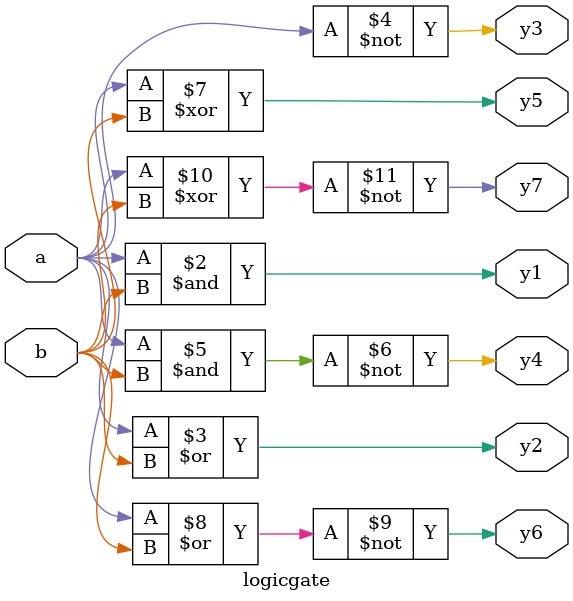
<source format=v>
`timescale 1ns / 1ps

module logicgate(output reg y1, y2, y3, y4, y5, y6, y7, input a, b);

  always @ *
  begin
    y1 = a & b;//and gate output 1 if both inputs are 1 else 0
    y2 = a | b;// or gate output 1 if any one of the input is 1
    y3 = ~a;// not gate output is 0 if input is 1 and vice-versa
    y4 = ~(a & b);// nand gate complementary of and gate
    y5 = a ^ b;//xorgate output is 0 if both inputs are 0 or 1
    y6 = ~(a | b);//nor gate performs complementary operation of or gate 
    y7 = ~(a ^ b);//xnor gate performs compleemtary operation of xor gate 
  end
endmodule

</source>
